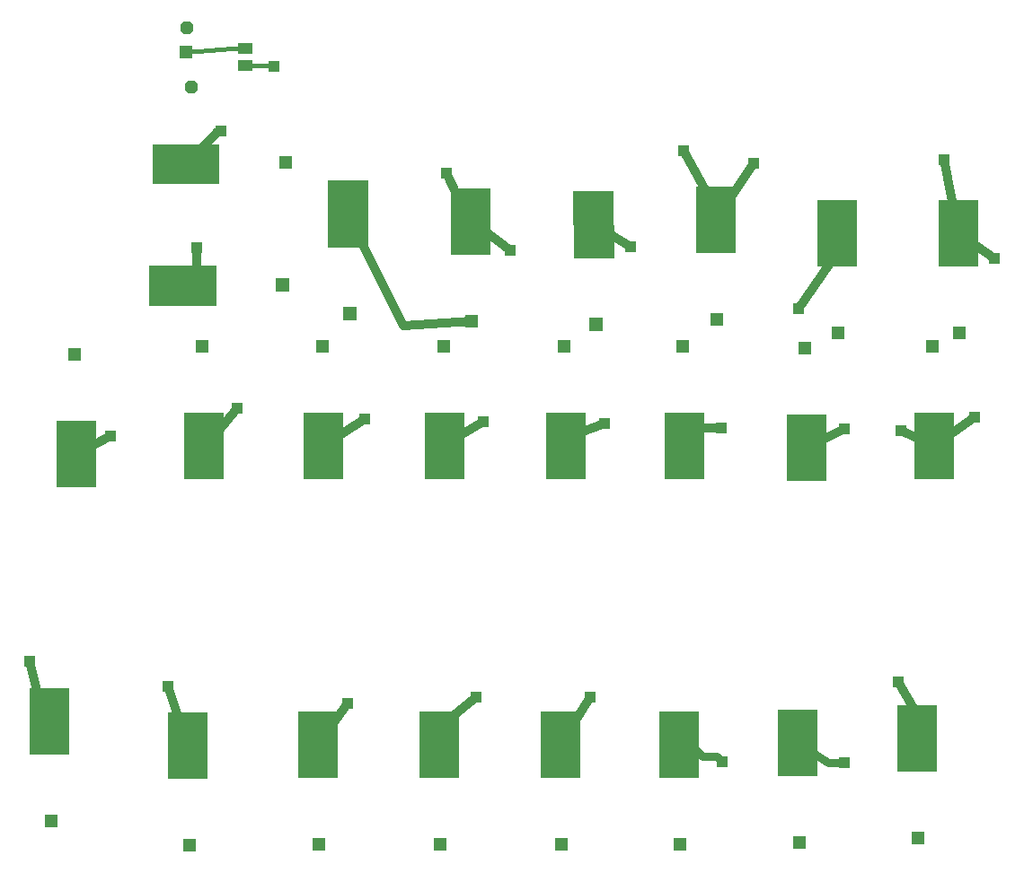
<source format=gtl>
G75*
%MOIN*%
%OFA0B0*%
%FSLAX25Y25*%
%IPPOS*%
%LPD*%
%AMOC8*
5,1,8,0,0,1.08239X$1,22.5*
%
%ADD10R,0.15000X0.25000*%
%ADD11R,0.04992X0.04992*%
%ADD12R,0.25000X0.15000*%
%ADD13R,0.04992X0.04992*%
%ADD14R,0.05709X0.03937*%
%ADD15C,0.03268*%
%ADD16R,0.03962X0.03962*%
%ADD17C,0.03200*%
%ADD18C,0.03150*%
%ADD19OC8,0.04750*%
%ADD20C,0.01600*%
%ADD21R,0.04750X0.04750*%
D10*
X0275668Y0058374D03*
X0327007Y0049240D03*
X0375156Y0049634D03*
X0420156Y0049634D03*
X0465156Y0049634D03*
X0509172Y0049634D03*
X0553385Y0050224D03*
X0597597Y0051917D03*
X0603912Y0160634D03*
X0556550Y0160043D03*
X0511156Y0160634D03*
X0467140Y0160634D03*
X0422337Y0160634D03*
X0377337Y0160634D03*
X0332928Y0160634D03*
X0285566Y0157524D03*
X0431888Y0243965D03*
X0522912Y0244634D03*
X0567912Y0239634D03*
X0612912Y0239831D03*
D11*
X0613412Y0202831D03*
X0603412Y0197634D03*
X0568412Y0202634D03*
X0556050Y0197043D03*
X0523412Y0207634D03*
X0510656Y0197634D03*
X0466640Y0197634D03*
X0432388Y0206965D03*
X0421837Y0197634D03*
X0376837Y0197634D03*
X0332428Y0197634D03*
X0285066Y0194524D03*
X0363136Y0265941D03*
X0276168Y0021374D03*
X0327507Y0012240D03*
X0375656Y0012634D03*
X0420656Y0012634D03*
X0465656Y0012634D03*
X0509672Y0012634D03*
X0553885Y0013224D03*
X0598097Y0014917D03*
D12*
G36*
X0312543Y0227663D02*
X0337542Y0227620D01*
X0337515Y0212621D01*
X0312516Y0212664D01*
X0312543Y0227663D01*
G37*
X0326136Y0265441D03*
G36*
X0393800Y0259354D02*
X0393887Y0234355D01*
X0378888Y0234302D01*
X0378801Y0259301D01*
X0393800Y0259354D01*
G37*
G36*
X0484826Y0255491D02*
X0485132Y0230494D01*
X0470134Y0230311D01*
X0469828Y0255308D01*
X0484826Y0255491D01*
G37*
D13*
G36*
X0475906Y0208375D02*
X0480897Y0208436D01*
X0480958Y0203445D01*
X0475967Y0203384D01*
X0475906Y0208375D01*
G37*
G36*
X0384469Y0212317D02*
X0389460Y0212334D01*
X0389477Y0207343D01*
X0384486Y0207326D01*
X0384469Y0212317D01*
G37*
G36*
X0359530Y0218087D02*
X0359539Y0223078D01*
X0364530Y0223069D01*
X0364521Y0218078D01*
X0359530Y0218087D01*
G37*
D14*
X0348215Y0301886D03*
X0348215Y0308343D03*
D15*
X0268294Y0080665D02*
X0273412Y0059858D01*
X0275668Y0058374D01*
X0319475Y0071217D02*
X0327007Y0049240D01*
X0375156Y0049634D02*
X0386207Y0064917D01*
X0465156Y0049634D02*
X0476168Y0067280D01*
X0511156Y0160634D02*
X0517802Y0167280D01*
X0524790Y0167280D01*
X0556550Y0160043D02*
X0570656Y0166886D01*
X0591522Y0166492D02*
X0603912Y0160634D01*
X0619081Y0171413D01*
X0553530Y0211768D02*
X0567912Y0232252D01*
X0536995Y0265705D02*
X0522912Y0244634D01*
X0522912Y0248685D01*
X0510814Y0270232D01*
X0491129Y0234602D02*
X0477480Y0242901D01*
X0446444Y0233224D02*
X0432369Y0244445D01*
X0431888Y0243965D01*
X0426967Y0253709D01*
X0422822Y0262161D01*
X0386344Y0246828D02*
X0407073Y0205469D01*
X0432388Y0206965D01*
X0392703Y0170626D02*
X0377337Y0160634D01*
X0345262Y0174760D02*
X0337999Y0165705D01*
X0332928Y0160634D01*
X0298215Y0164327D02*
X0285566Y0157524D01*
X0325029Y0220142D02*
X0330105Y0225219D01*
X0330105Y0234209D01*
X0326136Y0265441D02*
X0338408Y0277713D01*
X0339357Y0277713D01*
X0424199Y0162496D02*
X0436601Y0169642D01*
X0424199Y0162496D02*
X0422337Y0160634D01*
X0467414Y0163674D02*
X0481510Y0169079D01*
X0612912Y0239831D02*
X0607467Y0267083D01*
X0612912Y0239831D02*
X0626168Y0230272D01*
D16*
X0626168Y0230272D03*
X0607467Y0267083D03*
X0536995Y0265705D03*
X0510814Y0270232D03*
X0491129Y0234602D03*
X0446444Y0233224D03*
X0422822Y0262161D03*
X0358845Y0301728D03*
X0339357Y0277713D03*
X0330105Y0234209D03*
X0345262Y0174760D03*
X0298215Y0164327D03*
X0392703Y0170626D03*
X0436601Y0169642D03*
X0481510Y0169079D03*
X0524790Y0167280D03*
X0570656Y0166886D03*
X0591522Y0166492D03*
X0619081Y0171413D03*
X0553530Y0211768D03*
X0590538Y0072988D03*
X0570656Y0042870D03*
X0525381Y0043461D03*
X0476168Y0067280D03*
X0433845Y0067476D03*
X0386207Y0064917D03*
X0319475Y0071217D03*
X0268294Y0080665D03*
D17*
X0420156Y0049634D02*
X0422912Y0058331D01*
X0433845Y0067476D01*
X0590538Y0072988D02*
X0597597Y0061008D01*
X0597597Y0051917D01*
X0467140Y0160634D02*
X0467414Y0163674D01*
X0567912Y0232252D02*
X0567912Y0239634D01*
D18*
X0553385Y0050224D02*
X0564676Y0042870D01*
X0570656Y0042870D01*
X0525381Y0043461D02*
X0523412Y0045429D01*
X0517900Y0045429D01*
X0513696Y0049634D01*
X0509172Y0049634D01*
D19*
X0328136Y0293854D03*
X0326759Y0316098D03*
D20*
X0326168Y0307043D02*
X0347507Y0308618D01*
X0348215Y0308343D01*
X0348215Y0301886D02*
X0358688Y0301886D01*
X0358845Y0301728D01*
D21*
X0326168Y0307043D03*
M02*

</source>
